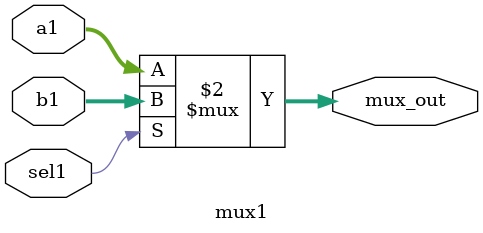
<source format=v>
`timescale 1ns / 1ps


module mux1(sel1,a1,b1,mux_out);
input sel1;
input [31:0] a1,b1;
output [31:0] mux_out;
assign mux_out= (sel1==1'b0) ? a1 : b1;
endmodule

</source>
